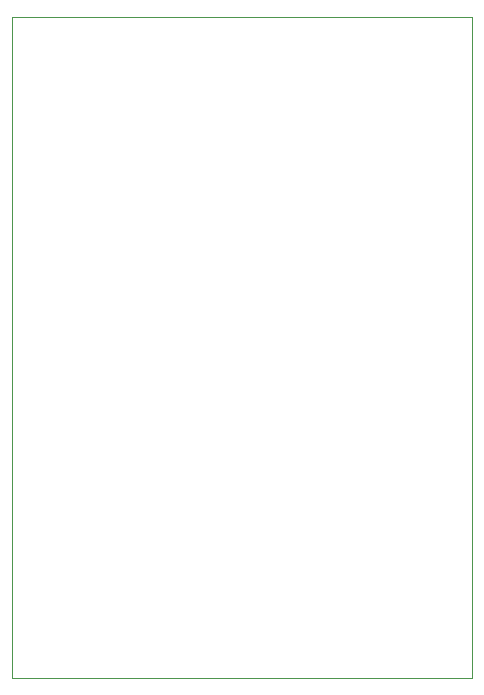
<source format=gbr>
%TF.GenerationSoftware,Altium Limited,Altium Designer,20.1.12 (249)*%
G04 Layer_Color=0*
%FSLAX45Y45*%
%MOMM*%
%TF.SameCoordinates,4EE8302A-A9A8-49E0-93C5-14594FCB678D*%
%TF.FilePolarity,Positive*%
%TF.FileFunction,Profile,NP*%
%TF.Part,Single*%
G01*
G75*
%TA.AperFunction,Profile*%
%ADD145C,0.02540*%
D145*
X0Y0D02*
X-3Y5600000D01*
X3899997D01*
X3900000Y0D01*
X3900000D01*
X0Y0D01*
%TF.MD5,5b90a813eb36ef57ce204874795ed441*%
M02*

</source>
